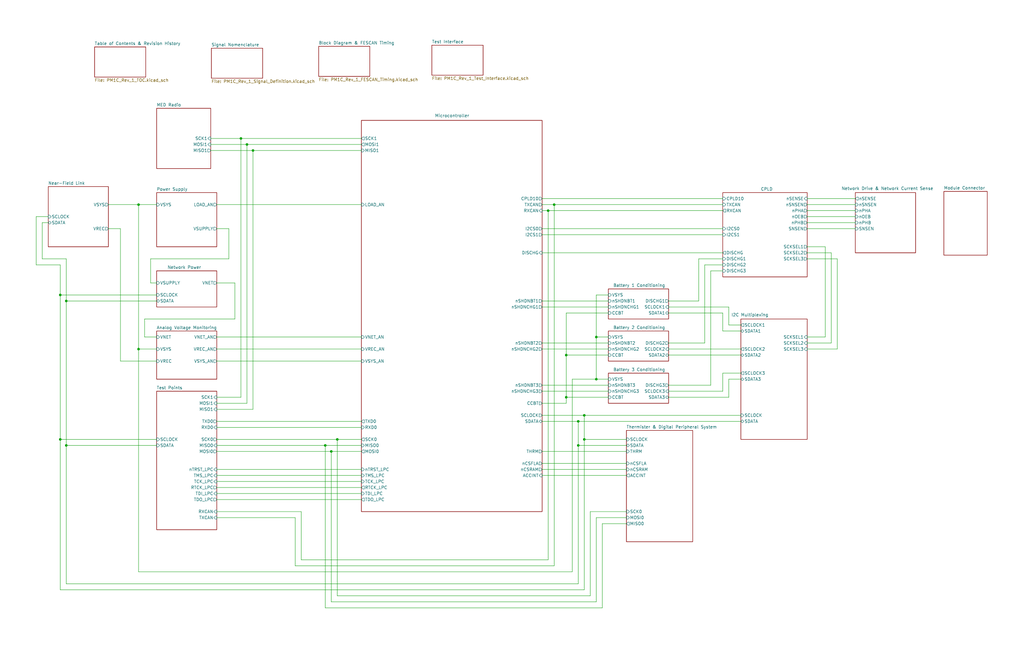
<source format=kicad_sch>
(kicad_sch
	(version 20231120)
	(generator "eeschema")
	(generator_version "8.0")
	(uuid "3c764154-b021-4b34-b37c-cfd5c90ea9d7")
	(paper "B")
	(lib_symbols)
	(junction
		(at 27.94 127)
		(diameter 0)
		(color 0 0 0 0)
		(uuid "10070343-b894-4c5b-968d-111d7082c1ab")
	)
	(junction
		(at 25.4 124.46)
		(diameter 0)
		(color 0 0 0 0)
		(uuid "266f1470-009a-4cce-a8c0-b2adb1d5194b")
	)
	(junction
		(at 243.84 177.8)
		(diameter 0)
		(color 0 0 0 0)
		(uuid "323fbd6f-997f-4302-920d-9f10ed011358")
	)
	(junction
		(at 58.42 86.36)
		(diameter 0)
		(color 0 0 0 0)
		(uuid "32dbf640-3452-41b5-ad9a-16eea877fb00")
	)
	(junction
		(at 243.84 187.96)
		(diameter 0)
		(color 0 0 0 0)
		(uuid "3e485577-5625-421d-b93c-279fcf08230b")
	)
	(junction
		(at 251.46 160.02)
		(diameter 0)
		(color 0 0 0 0)
		(uuid "546985a0-dc61-4bde-a0c5-2caaef03be0d")
	)
	(junction
		(at 238.76 167.64)
		(diameter 0)
		(color 0 0 0 0)
		(uuid "5ab6af07-00d7-4afb-8f1b-d9d2f6ec28b7")
	)
	(junction
		(at 104.14 60.96)
		(diameter 0)
		(color 0 0 0 0)
		(uuid "5c5d776b-e173-4f71-9b0d-4466d888aaef")
	)
	(junction
		(at 142.24 185.42)
		(diameter 0)
		(color 0 0 0 0)
		(uuid "73990d3e-3abb-446d-99ed-5978340d6e48")
	)
	(junction
		(at 137.16 187.96)
		(diameter 0)
		(color 0 0 0 0)
		(uuid "84dcbd40-f470-4799-baa4-40ee434644fc")
	)
	(junction
		(at 246.38 175.26)
		(diameter 0)
		(color 0 0 0 0)
		(uuid "85cda396-d6cf-4c1c-841a-5ff1331c27b5")
	)
	(junction
		(at 139.7 190.5)
		(diameter 0)
		(color 0 0 0 0)
		(uuid "96242385-0e90-4b73-ac2a-27abe5a9a3fa")
	)
	(junction
		(at 246.38 185.42)
		(diameter 0)
		(color 0 0 0 0)
		(uuid "a20c11a1-6c9b-47d8-931f-cceccded70aa")
	)
	(junction
		(at 27.94 187.96)
		(diameter 0)
		(color 0 0 0 0)
		(uuid "a73cd3b9-34a9-4f97-a299-28a920eff582")
	)
	(junction
		(at 101.6 58.42)
		(diameter 0)
		(color 0 0 0 0)
		(uuid "a8c9c9a6-c6e1-4ec8-895f-de407d4bc9d0")
	)
	(junction
		(at 238.76 149.86)
		(diameter 0)
		(color 0 0 0 0)
		(uuid "b0c141de-3058-40a7-ad7f-cd83e806c958")
	)
	(junction
		(at 106.68 63.5)
		(diameter 0)
		(color 0 0 0 0)
		(uuid "bb550a3d-66ab-4e46-b28f-c7b837740309")
	)
	(junction
		(at 251.46 142.24)
		(diameter 0)
		(color 0 0 0 0)
		(uuid "d9e0ce28-9779-4f94-b621-f625ac586e42")
	)
	(junction
		(at 58.42 147.32)
		(diameter 0)
		(color 0 0 0 0)
		(uuid "e1e44abb-9212-40a1-9a8c-f285daf8df99")
	)
	(junction
		(at 231.14 88.9)
		(diameter 0)
		(color 0 0 0 0)
		(uuid "e6903480-b747-4f99-849e-fdc0c626ef17")
	)
	(junction
		(at 233.68 86.36)
		(diameter 0)
		(color 0 0 0 0)
		(uuid "e88ff149-5640-43ce-8ae7-39f946682098")
	)
	(junction
		(at 25.4 185.42)
		(diameter 0)
		(color 0 0 0 0)
		(uuid "ef3af000-23df-4b25-9514-9db168880198")
	)
	(wire
		(pts
			(xy 254 256.54) (xy 137.16 256.54)
		)
		(stroke
			(width 0)
			(type default)
		)
		(uuid "01536b08-37f3-4369-9e18-004a7cacd10e")
	)
	(wire
		(pts
			(xy 91.44 203.2) (xy 152.4 203.2)
		)
		(stroke
			(width 0)
			(type default)
		)
		(uuid "025f5861-62d9-4ecd-9dba-7a91e744db15")
	)
	(wire
		(pts
			(xy 25.4 185.42) (xy 66.04 185.42)
		)
		(stroke
			(width 0)
			(type default)
		)
		(uuid "02be0b9e-3714-4d49-9222-f437ffd6c606")
	)
	(wire
		(pts
			(xy 27.94 246.38) (xy 243.84 246.38)
		)
		(stroke
			(width 0)
			(type default)
		)
		(uuid "065042bb-ed4c-4c28-bcd0-f7f278c38e18")
	)
	(wire
		(pts
			(xy 238.76 149.86) (xy 256.54 149.86)
		)
		(stroke
			(width 0)
			(type default)
		)
		(uuid "06e315c1-9f91-4c06-adc7-56a2e2d55901")
	)
	(wire
		(pts
			(xy 294.64 127) (xy 294.64 109.22)
		)
		(stroke
			(width 0)
			(type default)
		)
		(uuid "08fe3354-ebea-40a5-8137-5c29291b5587")
	)
	(wire
		(pts
			(xy 91.44 152.4) (xy 152.4 152.4)
		)
		(stroke
			(width 0)
			(type default)
		)
		(uuid "0979edfa-a733-4228-abad-ecc9644ec06b")
	)
	(wire
		(pts
			(xy 25.4 185.42) (xy 25.4 124.46)
		)
		(stroke
			(width 0)
			(type default)
		)
		(uuid "09e63791-c033-4c9f-90a1-664b0842d005")
	)
	(wire
		(pts
			(xy 91.44 187.96) (xy 137.16 187.96)
		)
		(stroke
			(width 0)
			(type default)
		)
		(uuid "09f4055e-9fd1-4537-8fc9-b5e5cc9967db")
	)
	(wire
		(pts
			(xy 340.36 93.98) (xy 360.68 93.98)
		)
		(stroke
			(width 0)
			(type default)
		)
		(uuid "0bc51194-aaca-4a82-bd18-907532bf9b84")
	)
	(wire
		(pts
			(xy 281.94 162.56) (xy 299.72 162.56)
		)
		(stroke
			(width 0)
			(type default)
		)
		(uuid "0ced35eb-9725-4308-bfbd-77ed527381af")
	)
	(wire
		(pts
			(xy 264.16 218.44) (xy 251.46 218.44)
		)
		(stroke
			(width 0)
			(type default)
		)
		(uuid "0ee5644d-741a-4d40-9b2f-4e05f97fdbf0")
	)
	(wire
		(pts
			(xy 15.24 111.76) (xy 25.4 111.76)
		)
		(stroke
			(width 0)
			(type default)
		)
		(uuid "0fc1d85e-7bdd-465f-90a8-1aa3801a02e5")
	)
	(wire
		(pts
			(xy 340.36 91.44) (xy 360.68 91.44)
		)
		(stroke
			(width 0)
			(type default)
		)
		(uuid "112f0211-f280-434b-b16e-c0d29bbbb458")
	)
	(wire
		(pts
			(xy 241.3 241.3) (xy 241.3 160.02)
		)
		(stroke
			(width 0)
			(type default)
		)
		(uuid "12142e0d-73a5-42ec-9fe6-2458858c593e")
	)
	(wire
		(pts
			(xy 25.4 124.46) (xy 66.04 124.46)
		)
		(stroke
			(width 0)
			(type default)
		)
		(uuid "13b0c4a1-1e8f-461d-87cf-8e143950f261")
	)
	(wire
		(pts
			(xy 124.46 218.44) (xy 124.46 238.76)
		)
		(stroke
			(width 0)
			(type default)
		)
		(uuid "153c14b0-48e5-4237-a7fd-1c0178763de9")
	)
	(wire
		(pts
			(xy 91.44 177.8) (xy 152.4 177.8)
		)
		(stroke
			(width 0)
			(type default)
		)
		(uuid "15cbf633-46ae-4f43-a0fe-2a49fb1a0a23")
	)
	(wire
		(pts
			(xy 281.94 149.86) (xy 312.42 149.86)
		)
		(stroke
			(width 0)
			(type default)
		)
		(uuid "169f8d96-4d43-4c39-bb99-1f01d0a221cb")
	)
	(wire
		(pts
			(xy 228.6 165.1) (xy 256.54 165.1)
		)
		(stroke
			(width 0)
			(type default)
		)
		(uuid "17141493-005e-4f4d-8929-c3174f80cfbb")
	)
	(wire
		(pts
			(xy 91.44 142.24) (xy 152.4 142.24)
		)
		(stroke
			(width 0)
			(type default)
		)
		(uuid "179387fa-88e1-42ce-a9a5-d7803028093c")
	)
	(wire
		(pts
			(xy 304.8 139.7) (xy 312.42 139.7)
		)
		(stroke
			(width 0)
			(type default)
		)
		(uuid "185dc5f4-9c28-4867-a8ac-4ea6f6887ea0")
	)
	(wire
		(pts
			(xy 27.94 127) (xy 27.94 109.22)
		)
		(stroke
			(width 0)
			(type default)
		)
		(uuid "1d31376a-a18b-4653-a211-f7b4667a2e89")
	)
	(wire
		(pts
			(xy 45.72 86.36) (xy 58.42 86.36)
		)
		(stroke
			(width 0)
			(type default)
		)
		(uuid "1d342139-775b-4b65-ab77-020ea27f617a")
	)
	(wire
		(pts
			(xy 281.94 132.08) (xy 304.8 132.08)
		)
		(stroke
			(width 0)
			(type default)
		)
		(uuid "1e7b319b-5948-40a5-a39b-5b493a8e02e0")
	)
	(wire
		(pts
			(xy 91.44 185.42) (xy 142.24 185.42)
		)
		(stroke
			(width 0)
			(type default)
		)
		(uuid "247cfb21-7a25-494e-8ef4-b93fc699616f")
	)
	(wire
		(pts
			(xy 297.18 144.78) (xy 297.18 111.76)
		)
		(stroke
			(width 0)
			(type default)
		)
		(uuid "25b31d79-e760-4b01-855d-b3bb231d39bb")
	)
	(wire
		(pts
			(xy 25.4 248.92) (xy 246.38 248.92)
		)
		(stroke
			(width 0)
			(type default)
		)
		(uuid "2626103e-2d75-4775-b380-462c11c50b6c")
	)
	(wire
		(pts
			(xy 139.7 190.5) (xy 152.4 190.5)
		)
		(stroke
			(width 0)
			(type default)
		)
		(uuid "26cadf95-a065-415b-8d2a-ce9189e3ac51")
	)
	(wire
		(pts
			(xy 137.16 256.54) (xy 137.16 187.96)
		)
		(stroke
			(width 0)
			(type default)
		)
		(uuid "2939db37-ee07-4409-9908-7c844e486fc7")
	)
	(wire
		(pts
			(xy 91.44 218.44) (xy 124.46 218.44)
		)
		(stroke
			(width 0)
			(type default)
		)
		(uuid "297587ab-58b0-41b3-981d-b46b8712766f")
	)
	(wire
		(pts
			(xy 91.44 167.64) (xy 101.6 167.64)
		)
		(stroke
			(width 0)
			(type default)
		)
		(uuid "2a1a51ee-37a1-444a-8125-ce7177ea2dce")
	)
	(wire
		(pts
			(xy 231.14 88.9) (xy 304.8 88.9)
		)
		(stroke
			(width 0)
			(type default)
		)
		(uuid "2a25ca04-4f67-4894-8526-b344c2361f70")
	)
	(wire
		(pts
			(xy 297.18 111.76) (xy 304.8 111.76)
		)
		(stroke
			(width 0)
			(type default)
		)
		(uuid "2f3350df-d1b7-4e76-af11-873eb89324d0")
	)
	(wire
		(pts
			(xy 101.6 58.42) (xy 152.4 58.42)
		)
		(stroke
			(width 0)
			(type default)
		)
		(uuid "303ac87a-85c3-4a69-a2bc-64f0b5f3534e")
	)
	(wire
		(pts
			(xy 307.34 167.64) (xy 307.34 160.02)
		)
		(stroke
			(width 0)
			(type default)
		)
		(uuid "3413b18a-6f96-4590-90eb-d7e95b98c6e2")
	)
	(wire
		(pts
			(xy 137.16 187.96) (xy 152.4 187.96)
		)
		(stroke
			(width 0)
			(type default)
		)
		(uuid "34c74b63-3a3c-4711-81b5-33fe6bdd7814")
	)
	(wire
		(pts
			(xy 304.8 132.08) (xy 304.8 139.7)
		)
		(stroke
			(width 0)
			(type default)
		)
		(uuid "3649165e-f401-4178-a348-a73e0878abc8")
	)
	(wire
		(pts
			(xy 58.42 147.32) (xy 66.04 147.32)
		)
		(stroke
			(width 0)
			(type default)
		)
		(uuid "413ce563-7cd6-49a8-b976-403592bc6580")
	)
	(wire
		(pts
			(xy 233.68 86.36) (xy 233.68 238.76)
		)
		(stroke
			(width 0)
			(type default)
		)
		(uuid "417386b2-b2d8-4f30-85b7-8acbea2c1861")
	)
	(wire
		(pts
			(xy 50.8 96.52) (xy 45.72 96.52)
		)
		(stroke
			(width 0)
			(type default)
		)
		(uuid "43aa5cfd-6ab1-4fad-8ee6-069566325431")
	)
	(wire
		(pts
			(xy 228.6 177.8) (xy 243.84 177.8)
		)
		(stroke
			(width 0)
			(type default)
		)
		(uuid "43f1e726-2121-4e78-a4b7-a20107beed6c")
	)
	(wire
		(pts
			(xy 350.52 106.68) (xy 350.52 144.78)
		)
		(stroke
			(width 0)
			(type default)
		)
		(uuid "440922f8-4b97-4782-aac8-5736b1e4c000")
	)
	(wire
		(pts
			(xy 281.94 144.78) (xy 297.18 144.78)
		)
		(stroke
			(width 0)
			(type default)
		)
		(uuid "45fd9b35-31d7-473f-a140-51ed6fb8da3a")
	)
	(wire
		(pts
			(xy 299.72 162.56) (xy 299.72 114.3)
		)
		(stroke
			(width 0)
			(type default)
		)
		(uuid "474b42d7-3e76-4eb9-b47c-b65b205c5120")
	)
	(wire
		(pts
			(xy 228.6 200.66) (xy 264.16 200.66)
		)
		(stroke
			(width 0)
			(type default)
		)
		(uuid "47981286-5b81-4a55-96f5-7827e0537a5f")
	)
	(wire
		(pts
			(xy 58.42 147.32) (xy 58.42 241.3)
		)
		(stroke
			(width 0)
			(type default)
		)
		(uuid "4931c767-5686-4d81-856d-237fc6af794b")
	)
	(wire
		(pts
			(xy 50.8 152.4) (xy 66.04 152.4)
		)
		(stroke
			(width 0)
			(type default)
		)
		(uuid "4c9fbbee-abb0-4817-8938-0a9f5948c752")
	)
	(wire
		(pts
			(xy 350.52 144.78) (xy 340.36 144.78)
		)
		(stroke
			(width 0)
			(type default)
		)
		(uuid "4d08cc42-3ef6-4ef2-81eb-631585e26f65")
	)
	(wire
		(pts
			(xy 58.42 241.3) (xy 241.3 241.3)
		)
		(stroke
			(width 0)
			(type default)
		)
		(uuid "4def10b9-111f-4a7e-bf51-065aba2eead6")
	)
	(wire
		(pts
			(xy 231.14 88.9) (xy 231.14 236.22)
		)
		(stroke
			(width 0)
			(type default)
		)
		(uuid "4e48e87a-c423-4ff2-80d5-8b54ae08c4b1")
	)
	(wire
		(pts
			(xy 248.92 215.9) (xy 248.92 251.46)
		)
		(stroke
			(width 0)
			(type default)
		)
		(uuid "4ecd440e-fdb4-4ff0-b08b-75025c2abaf7")
	)
	(wire
		(pts
			(xy 264.16 220.98) (xy 254 220.98)
		)
		(stroke
			(width 0)
			(type default)
		)
		(uuid "4fc33a2e-bc06-4dbc-a64c-9c76b907ecec")
	)
	(wire
		(pts
			(xy 228.6 175.26) (xy 246.38 175.26)
		)
		(stroke
			(width 0)
			(type default)
		)
		(uuid "50e0e2be-8ee4-474c-a4f6-9b0097c9afec")
	)
	(wire
		(pts
			(xy 251.46 124.46) (xy 251.46 142.24)
		)
		(stroke
			(width 0)
			(type default)
		)
		(uuid "51852986-351d-48a3-b6b3-f06806dfc191")
	)
	(wire
		(pts
			(xy 17.78 109.22) (xy 17.78 93.98)
		)
		(stroke
			(width 0)
			(type default)
		)
		(uuid "541e529e-c66d-40b9-acdc-c6a4a91a8973")
	)
	(wire
		(pts
			(xy 228.6 162.56) (xy 256.54 162.56)
		)
		(stroke
			(width 0)
			(type default)
		)
		(uuid "573babe3-3d23-495d-ac15-1bd9e7a8fd40")
	)
	(wire
		(pts
			(xy 142.24 185.42) (xy 152.4 185.42)
		)
		(stroke
			(width 0)
			(type default)
		)
		(uuid "597b058f-a830-4691-979c-c8fc98aa39cd")
	)
	(wire
		(pts
			(xy 243.84 177.8) (xy 312.42 177.8)
		)
		(stroke
			(width 0)
			(type default)
		)
		(uuid "5b19568a-fbd3-461b-8074-ad1c6e50bd0a")
	)
	(wire
		(pts
			(xy 63.5 119.38) (xy 63.5 109.22)
		)
		(stroke
			(width 0)
			(type default)
		)
		(uuid "5b8b02bb-3bc7-42bf-a702-0aaf038315e9")
	)
	(wire
		(pts
			(xy 228.6 144.78) (xy 256.54 144.78)
		)
		(stroke
			(width 0)
			(type default)
		)
		(uuid "5d721496-f136-4f91-95ee-4f99260154f5")
	)
	(wire
		(pts
			(xy 91.44 86.36) (xy 152.4 86.36)
		)
		(stroke
			(width 0)
			(type default)
		)
		(uuid "5d913f5e-6420-45bc-9aaa-b99b50fe4450")
	)
	(wire
		(pts
			(xy 66.04 127) (xy 27.94 127)
		)
		(stroke
			(width 0)
			(type default)
		)
		(uuid "5d99b429-028a-4467-a5e6-d2315e38562c")
	)
	(wire
		(pts
			(xy 91.44 205.74) (xy 152.4 205.74)
		)
		(stroke
			(width 0)
			(type default)
		)
		(uuid "5e700e75-a36b-4d6d-8c29-2193a16a75ca")
	)
	(wire
		(pts
			(xy 60.96 142.24) (xy 60.96 134.62)
		)
		(stroke
			(width 0)
			(type default)
		)
		(uuid "5ebb77ca-3a50-431f-980b-f1ba30bc8173")
	)
	(wire
		(pts
			(xy 91.44 147.32) (xy 152.4 147.32)
		)
		(stroke
			(width 0)
			(type default)
		)
		(uuid "63cbb829-e53e-425d-9407-ebf9aefcc29b")
	)
	(wire
		(pts
			(xy 340.36 83.82) (xy 360.68 83.82)
		)
		(stroke
			(width 0)
			(type default)
		)
		(uuid "645afdc5-53b2-4192-bbcc-3d34369585e0")
	)
	(wire
		(pts
			(xy 256.54 160.02) (xy 251.46 160.02)
		)
		(stroke
			(width 0)
			(type default)
		)
		(uuid "64b6bb64-000f-45ee-ae34-e4e32500f5a3")
	)
	(wire
		(pts
			(xy 25.4 111.76) (xy 25.4 124.46)
		)
		(stroke
			(width 0)
			(type default)
		)
		(uuid "66a3439b-da80-4cd5-ba3e-0e3e219fb26b")
	)
	(wire
		(pts
			(xy 17.78 93.98) (xy 20.32 93.98)
		)
		(stroke
			(width 0)
			(type default)
		)
		(uuid "68802a6b-ab66-4186-833b-55e6d4f08395")
	)
	(wire
		(pts
			(xy 66.04 119.38) (xy 63.5 119.38)
		)
		(stroke
			(width 0)
			(type default)
		)
		(uuid "68d47d5b-e797-47be-8391-0b9809b3b889")
	)
	(wire
		(pts
			(xy 307.34 137.16) (xy 312.42 137.16)
		)
		(stroke
			(width 0)
			(type default)
		)
		(uuid "6ad2c5f2-a7f3-4330-9e2a-b4c7c70506a3")
	)
	(wire
		(pts
			(xy 228.6 96.52) (xy 304.8 96.52)
		)
		(stroke
			(width 0)
			(type default)
		)
		(uuid "6b66fec5-10fd-46f1-95fe-bd5fee34a195")
	)
	(wire
		(pts
			(xy 353.06 109.22) (xy 353.06 147.32)
		)
		(stroke
			(width 0)
			(type default)
		)
		(uuid "6fbcf715-b9dc-48f6-865d-668d67fe55ba")
	)
	(wire
		(pts
			(xy 307.34 160.02) (xy 312.42 160.02)
		)
		(stroke
			(width 0)
			(type default)
		)
		(uuid "704265bd-62e4-4363-a3df-1052b4ad2225")
	)
	(wire
		(pts
			(xy 91.44 200.66) (xy 152.4 200.66)
		)
		(stroke
			(width 0)
			(type default)
		)
		(uuid "72c9ceeb-a256-4d2c-9db0-eecf0e5a3fea")
	)
	(wire
		(pts
			(xy 264.16 215.9) (xy 248.92 215.9)
		)
		(stroke
			(width 0)
			(type default)
		)
		(uuid "73981a15-bcf7-482b-995d-1800255e4eef")
	)
	(wire
		(pts
			(xy 340.36 109.22) (xy 353.06 109.22)
		)
		(stroke
			(width 0)
			(type default)
		)
		(uuid "7423de3c-adfb-43a7-9c16-b89f57a0a987")
	)
	(wire
		(pts
			(xy 231.14 236.22) (xy 127 236.22)
		)
		(stroke
			(width 0)
			(type default)
		)
		(uuid "768db2fe-68d1-4fc1-bc44-1bfa6325b5f7")
	)
	(wire
		(pts
			(xy 99.06 134.62) (xy 99.06 119.38)
		)
		(stroke
			(width 0)
			(type default)
		)
		(uuid "788abaf4-a198-4926-9b71-2c1b62178a6e")
	)
	(wire
		(pts
			(xy 139.7 254) (xy 139.7 190.5)
		)
		(stroke
			(width 0)
			(type default)
		)
		(uuid "7972a5de-f5c0-4bf6-99f3-e9c660ac4723")
	)
	(wire
		(pts
			(xy 27.94 127) (xy 27.94 187.96)
		)
		(stroke
			(width 0)
			(type default)
		)
		(uuid "7a9bab85-8e16-4d27-8591-abc0e61bcdcf")
	)
	(wire
		(pts
			(xy 281.94 127) (xy 294.64 127)
		)
		(stroke
			(width 0)
			(type default)
		)
		(uuid "7f5f78ef-143c-454d-b041-19b34613254d")
	)
	(wire
		(pts
			(xy 228.6 106.68) (xy 304.8 106.68)
		)
		(stroke
			(width 0)
			(type default)
		)
		(uuid "830307a3-12ea-4c67-b67d-2ea359f34c9f")
	)
	(wire
		(pts
			(xy 104.14 60.96) (xy 152.4 60.96)
		)
		(stroke
			(width 0)
			(type default)
		)
		(uuid "838191aa-0717-43bf-9ebd-7821ecb58300")
	)
	(wire
		(pts
			(xy 58.42 86.36) (xy 58.42 147.32)
		)
		(stroke
			(width 0)
			(type default)
		)
		(uuid "8652aedf-b30f-41f2-bcb4-1979817cad47")
	)
	(wire
		(pts
			(xy 228.6 190.5) (xy 264.16 190.5)
		)
		(stroke
			(width 0)
			(type default)
		)
		(uuid "86d3fc71-e13f-442c-a785-44d1e24969ec")
	)
	(wire
		(pts
			(xy 106.68 63.5) (xy 152.4 63.5)
		)
		(stroke
			(width 0)
			(type default)
		)
		(uuid "872a0c2b-6b11-4382-af0d-d8ee59ea1dc9")
	)
	(wire
		(pts
			(xy 101.6 58.42) (xy 101.6 167.64)
		)
		(stroke
			(width 0)
			(type default)
		)
		(uuid "88d970fa-af49-4eff-ba28-41053ef98a91")
	)
	(wire
		(pts
			(xy 264.16 187.96) (xy 243.84 187.96)
		)
		(stroke
			(width 0)
			(type default)
		)
		(uuid "8900f8d3-e95c-4683-bd9f-69e21d602fba")
	)
	(wire
		(pts
			(xy 228.6 170.18) (xy 238.76 170.18)
		)
		(stroke
			(width 0)
			(type default)
		)
		(uuid "8b3907e6-9aca-4560-a5b1-5dbd0b57cf23")
	)
	(wire
		(pts
			(xy 251.46 218.44) (xy 251.46 254)
		)
		(stroke
			(width 0)
			(type default)
		)
		(uuid "8ce02500-2815-427e-bd61-01ec18ccd958")
	)
	(wire
		(pts
			(xy 124.46 238.76) (xy 233.68 238.76)
		)
		(stroke
			(width 0)
			(type default)
		)
		(uuid "8fcf2504-0e7b-4a9b-92af-d12d91aa7e39")
	)
	(wire
		(pts
			(xy 127 215.9) (xy 91.44 215.9)
		)
		(stroke
			(width 0)
			(type default)
		)
		(uuid "8fd42edc-9426-4a93-bb8a-94ac48a2242d")
	)
	(wire
		(pts
			(xy 238.76 170.18) (xy 238.76 167.64)
		)
		(stroke
			(width 0)
			(type default)
		)
		(uuid "90f2d30f-7aca-48a2-9e36-fa3b4ff49246")
	)
	(wire
		(pts
			(xy 281.94 167.64) (xy 307.34 167.64)
		)
		(stroke
			(width 0)
			(type default)
		)
		(uuid "9197046c-3b42-41ec-872b-fdd8f90701c0")
	)
	(wire
		(pts
			(xy 281.94 165.1) (xy 304.8 165.1)
		)
		(stroke
			(width 0)
			(type default)
		)
		(uuid "9288bc66-ee2c-45c0-a9ed-2414c3605218")
	)
	(wire
		(pts
			(xy 88.9 60.96) (xy 104.14 60.96)
		)
		(stroke
			(width 0)
			(type default)
		)
		(uuid "93e174f8-e533-43ce-a7d3-f488dff0ee16")
	)
	(wire
		(pts
			(xy 347.98 142.24) (xy 340.36 142.24)
		)
		(stroke
			(width 0)
			(type default)
		)
		(uuid "951f390e-23b0-4b88-9529-2d3c6f49d869")
	)
	(wire
		(pts
			(xy 340.36 96.52) (xy 360.68 96.52)
		)
		(stroke
			(width 0)
			(type default)
		)
		(uuid "95ff81a7-efba-4610-aa9d-417c4ce2b2d9")
	)
	(wire
		(pts
			(xy 228.6 127) (xy 256.54 127)
		)
		(stroke
			(width 0)
			(type default)
		)
		(uuid "98460bd3-b933-44a1-9f0e-fcccb7fc63bd")
	)
	(wire
		(pts
			(xy 58.42 86.36) (xy 66.04 86.36)
		)
		(stroke
			(width 0)
			(type default)
		)
		(uuid "9a1ba4d2-1be3-4df1-bdd8-c6556e7ff843")
	)
	(wire
		(pts
			(xy 246.38 175.26) (xy 312.42 175.26)
		)
		(stroke
			(width 0)
			(type default)
		)
		(uuid "9b3a611e-9826-4261-ae88-c78570b138ee")
	)
	(wire
		(pts
			(xy 228.6 83.82) (xy 304.8 83.82)
		)
		(stroke
			(width 0)
			(type default)
		)
		(uuid "9b943331-7700-4dd5-bd92-5c502e364129")
	)
	(wire
		(pts
			(xy 248.92 251.46) (xy 142.24 251.46)
		)
		(stroke
			(width 0)
			(type default)
		)
		(uuid "9ca4b989-e89a-44d7-8159-cbdd343e2dee")
	)
	(wire
		(pts
			(xy 340.36 86.36) (xy 360.68 86.36)
		)
		(stroke
			(width 0)
			(type default)
		)
		(uuid "9cee762f-7daa-4c5f-bcd8-f820ce7fff62")
	)
	(wire
		(pts
			(xy 243.84 246.38) (xy 243.84 187.96)
		)
		(stroke
			(width 0)
			(type default)
		)
		(uuid "9d3fed25-f833-4c3d-80d0-fd2d96073192")
	)
	(wire
		(pts
			(xy 88.9 63.5) (xy 106.68 63.5)
		)
		(stroke
			(width 0)
			(type default)
		)
		(uuid "a21b8d41-8ab1-4f1f-b43f-180dab1e49f5")
	)
	(wire
		(pts
			(xy 340.36 106.68) (xy 350.52 106.68)
		)
		(stroke
			(width 0)
			(type default)
		)
		(uuid "a2d55248-360a-41cf-9f5d-8db828fb3a3e")
	)
	(wire
		(pts
			(xy 91.44 210.82) (xy 152.4 210.82)
		)
		(stroke
			(width 0)
			(type default)
		)
		(uuid "a4a22733-1c3a-44b2-9458-0990d0075dff")
	)
	(wire
		(pts
			(xy 66.04 142.24) (xy 60.96 142.24)
		)
		(stroke
			(width 0)
			(type default)
		)
		(uuid "a7f2e34e-ecb4-4188-9003-f93db1290a80")
	)
	(wire
		(pts
			(xy 254 220.98) (xy 254 256.54)
		)
		(stroke
			(width 0)
			(type default)
		)
		(uuid "aa315f8d-1dba-4c30-bc3e-0b6f622fa9c2")
	)
	(wire
		(pts
			(xy 88.9 58.42) (xy 101.6 58.42)
		)
		(stroke
			(width 0)
			(type default)
		)
		(uuid "ab97db17-edb2-43a8-a62e-b41e7e8f3320")
	)
	(wire
		(pts
			(xy 299.72 114.3) (xy 304.8 114.3)
		)
		(stroke
			(width 0)
			(type default)
		)
		(uuid "b01f0524-7f51-4bb4-a93e-7e64f59875f7")
	)
	(wire
		(pts
			(xy 27.94 187.96) (xy 27.94 246.38)
		)
		(stroke
			(width 0)
			(type default)
		)
		(uuid "b0d2832f-28a9-44cc-953b-0b9163943eaf")
	)
	(wire
		(pts
			(xy 340.36 88.9) (xy 360.68 88.9)
		)
		(stroke
			(width 0)
			(type default)
		)
		(uuid "b1033448-2839-4479-8aab-25905d582ce7")
	)
	(wire
		(pts
			(xy 91.44 96.52) (xy 96.52 96.52)
		)
		(stroke
			(width 0)
			(type default)
		)
		(uuid "b1a4f86f-0e58-4812-bd7b-ab4972506a4a")
	)
	(wire
		(pts
			(xy 60.96 134.62) (xy 99.06 134.62)
		)
		(stroke
			(width 0)
			(type default)
		)
		(uuid "b21f6e83-6417-4625-bd9a-03b94844a864")
	)
	(wire
		(pts
			(xy 256.54 124.46) (xy 251.46 124.46)
		)
		(stroke
			(width 0)
			(type default)
		)
		(uuid "b25ce944-513f-455f-8385-d0e20b60827f")
	)
	(wire
		(pts
			(xy 281.94 129.54) (xy 307.34 129.54)
		)
		(stroke
			(width 0)
			(type default)
		)
		(uuid "b60ff2e3-d5ba-4506-b411-e6b289f1f018")
	)
	(wire
		(pts
			(xy 91.44 170.18) (xy 104.14 170.18)
		)
		(stroke
			(width 0)
			(type default)
		)
		(uuid "b8c56a22-913f-43dc-8d87-403340aad3c1")
	)
	(wire
		(pts
			(xy 340.36 104.14) (xy 347.98 104.14)
		)
		(stroke
			(width 0)
			(type default)
		)
		(uuid "ba574148-db52-49f9-9195-5d1c1eaffd1a")
	)
	(wire
		(pts
			(xy 347.98 104.14) (xy 347.98 142.24)
		)
		(stroke
			(width 0)
			(type default)
		)
		(uuid "bcc6f8b1-f47e-4635-9ea5-fc45138bd228")
	)
	(wire
		(pts
			(xy 246.38 248.92) (xy 246.38 185.42)
		)
		(stroke
			(width 0)
			(type default)
		)
		(uuid "beaec618-1271-438c-9ada-e84f31d716b7")
	)
	(wire
		(pts
			(xy 228.6 88.9) (xy 231.14 88.9)
		)
		(stroke
			(width 0)
			(type default)
		)
		(uuid "c0e51c54-cceb-4b4c-b221-eb7d5a9766d4")
	)
	(wire
		(pts
			(xy 228.6 99.06) (xy 304.8 99.06)
		)
		(stroke
			(width 0)
			(type default)
		)
		(uuid "c403f986-9b86-4ad7-b8ce-be85e630f8f8")
	)
	(wire
		(pts
			(xy 304.8 157.48) (xy 312.42 157.48)
		)
		(stroke
			(width 0)
			(type default)
		)
		(uuid "c489d44c-5d64-401f-b493-f3512aa4f7b8")
	)
	(wire
		(pts
			(xy 228.6 198.12) (xy 264.16 198.12)
		)
		(stroke
			(width 0)
			(type default)
		)
		(uuid "c64b5e7e-a993-4a8b-b22f-9a843303c524")
	)
	(wire
		(pts
			(xy 27.94 109.22) (xy 17.78 109.22)
		)
		(stroke
			(width 0)
			(type default)
		)
		(uuid "c77c04d6-34b3-4743-b12e-143f1f6e9bf4")
	)
	(wire
		(pts
			(xy 91.44 180.34) (xy 152.4 180.34)
		)
		(stroke
			(width 0)
			(type default)
		)
		(uuid "c7d85b53-84f4-4257-ab01-d2ab9f1b059d")
	)
	(wire
		(pts
			(xy 294.64 109.22) (xy 304.8 109.22)
		)
		(stroke
			(width 0)
			(type default)
		)
		(uuid "c8df5678-5907-4a5d-9a01-47ba53cf5255")
	)
	(wire
		(pts
			(xy 96.52 96.52) (xy 96.52 109.22)
		)
		(stroke
			(width 0)
			(type default)
		)
		(uuid "ca901e9d-4015-4924-8af9-9e405bae151f")
	)
	(wire
		(pts
			(xy 91.44 172.72) (xy 106.68 172.72)
		)
		(stroke
			(width 0)
			(type default)
		)
		(uuid "cd76e6e8-502c-40b0-b20b-e6b9a5e99469")
	)
	(wire
		(pts
			(xy 99.06 119.38) (xy 91.44 119.38)
		)
		(stroke
			(width 0)
			(type default)
		)
		(uuid "d5f42149-3ebd-4da1-96dc-b78e015bc03b")
	)
	(wire
		(pts
			(xy 246.38 185.42) (xy 246.38 175.26)
		)
		(stroke
			(width 0)
			(type default)
		)
		(uuid "d6574126-18a3-479d-9d4b-3a52d0d7ffe9")
	)
	(wire
		(pts
			(xy 106.68 63.5) (xy 106.68 172.72)
		)
		(stroke
			(width 0)
			(type default)
		)
		(uuid "d9890ac8-d4eb-45b4-b304-f6c6b96f4b32")
	)
	(wire
		(pts
			(xy 256.54 132.08) (xy 238.76 132.08)
		)
		(stroke
			(width 0)
			(type default)
		)
		(uuid "da7a6171-61d7-45d1-a2c4-bebe560ef0e6")
	)
	(wire
		(pts
			(xy 251.46 254) (xy 139.7 254)
		)
		(stroke
			(width 0)
			(type default)
		)
		(uuid "dda758f4-9d81-47ef-be04-568aee7ad89c")
	)
	(wire
		(pts
			(xy 91.44 190.5) (xy 139.7 190.5)
		)
		(stroke
			(width 0)
			(type default)
		)
		(uuid "e1ab179b-3129-4fcf-acd0-227b6a491eab")
	)
	(wire
		(pts
			(xy 63.5 109.22) (xy 96.52 109.22)
		)
		(stroke
			(width 0)
			(type default)
		)
		(uuid "e2df7ec2-9a7d-4e06-a33b-a2f773c49071")
	)
	(wire
		(pts
			(xy 251.46 142.24) (xy 256.54 142.24)
		)
		(stroke
			(width 0)
			(type default)
		)
		(uuid "e41dd549-bd41-4c02-b21b-2dea16d7ebc9")
	)
	(wire
		(pts
			(xy 304.8 165.1) (xy 304.8 157.48)
		)
		(stroke
			(width 0)
			(type default)
		)
		(uuid "e46ccb7a-77b8-45de-a2b3-af39ad868866")
	)
	(wire
		(pts
			(xy 142.24 251.46) (xy 142.24 185.42)
		)
		(stroke
			(width 0)
			(type default)
		)
		(uuid "e595e53c-4d00-42a9-83c3-4cf7c6c02c0a")
	)
	(wire
		(pts
			(xy 228.6 195.58) (xy 264.16 195.58)
		)
		(stroke
			(width 0)
			(type default)
		)
		(uuid "e59c03b5-891f-4b5b-aa72-0d1938704e93")
	)
	(wire
		(pts
			(xy 25.4 248.92) (xy 25.4 185.42)
		)
		(stroke
			(width 0)
			(type default)
		)
		(uuid "e6cdb09f-34ec-4433-9095-c82b092640ba")
	)
	(wire
		(pts
			(xy 15.24 91.44) (xy 20.32 91.44)
		)
		(stroke
			(width 0)
			(type default)
		)
		(uuid "eac55823-58e9-4e0a-af7f-463436e52736")
	)
	(wire
		(pts
			(xy 307.34 129.54) (xy 307.34 137.16)
		)
		(stroke
			(width 0)
			(type default)
		)
		(uuid "eced9513-6d74-4ab7-8f54-a2983defe9a0")
	)
	(wire
		(pts
			(xy 50.8 152.4) (xy 50.8 96.52)
		)
		(stroke
			(width 0)
			(type default)
		)
		(uuid "ed01a92c-b35e-4039-97eb-e3ff4c1195dd")
	)
	(wire
		(pts
			(xy 238.76 167.64) (xy 256.54 167.64)
		)
		(stroke
			(width 0)
			(type default)
		)
		(uuid "ed55cec3-8661-4f68-aff1-15700d6c2d42")
	)
	(wire
		(pts
			(xy 15.24 91.44) (xy 15.24 111.76)
		)
		(stroke
			(width 0)
			(type default)
		)
		(uuid "edcb9484-f619-495c-aa9f-28d275d93872")
	)
	(wire
		(pts
			(xy 241.3 160.02) (xy 251.46 160.02)
		)
		(stroke
			(width 0)
			(type default)
		)
		(uuid "ee0171d4-6c9b-4dfc-bb22-e5e6db922f59")
	)
	(wire
		(pts
			(xy 104.14 60.96) (xy 104.14 170.18)
		)
		(stroke
			(width 0)
			(type default)
		)
		(uuid "f0155bb7-c7c7-425c-940e-e59052d3bf4d")
	)
	(wire
		(pts
			(xy 91.44 208.28) (xy 152.4 208.28)
		)
		(stroke
			(width 0)
			(type default)
		)
		(uuid "f01c69cd-9e80-43b8-9cfe-9b31148e2b8d")
	)
	(wire
		(pts
			(xy 127 236.22) (xy 127 215.9)
		)
		(stroke
			(width 0)
			(type default)
		)
		(uuid "f22c25f2-c14c-4620-89f5-a9d408620c90")
	)
	(wire
		(pts
			(xy 228.6 147.32) (xy 256.54 147.32)
		)
		(stroke
			(width 0)
			(type default)
		)
		(uuid "f2b428ff-1acc-4010-8734-f356fa4f2f74")
	)
	(wire
		(pts
			(xy 281.94 147.32) (xy 312.42 147.32)
		)
		(stroke
			(width 0)
			(type default)
		)
		(uuid "f338b37a-fb87-43b6-b235-192204470400")
	)
	(wire
		(pts
			(xy 228.6 86.36) (xy 233.68 86.36)
		)
		(stroke
			(width 0)
			(type default)
		)
		(uuid "f363537a-d7c8-4d36-b2f1-5c47c78e6aa7")
	)
	(wire
		(pts
			(xy 228.6 129.54) (xy 256.54 129.54)
		)
		(stroke
			(width 0)
			(type default)
		)
		(uuid "f3b1be43-f433-44cb-b310-235eeb0c2696")
	)
	(wire
		(pts
			(xy 27.94 187.96) (xy 66.04 187.96)
		)
		(stroke
			(width 0)
			(type default)
		)
		(uuid "f482ff87-f341-4256-88cd-50c3c786053c")
	)
	(wire
		(pts
			(xy 243.84 187.96) (xy 243.84 177.8)
		)
		(stroke
			(width 0)
			(type default)
		)
		(uuid "f60f3ee8-ff1d-4605-888a-ee5ff5853955")
	)
	(wire
		(pts
			(xy 91.44 198.12) (xy 152.4 198.12)
		)
		(stroke
			(width 0)
			(type default)
		)
		(uuid "f7225910-90e2-4ad2-be21-a37a01e2595d")
	)
	(wire
		(pts
			(xy 353.06 147.32) (xy 340.36 147.32)
		)
		(stroke
			(width 0)
			(type default)
		)
		(uuid "f7c37932-3f8f-4fbc-a35a-481daf5a318a")
	)
	(wire
		(pts
			(xy 238.76 149.86) (xy 238.76 167.64)
		)
		(stroke
			(width 0)
			(type default)
		)
		(uuid "f824c8a7-9e71-4920-982a-a07022f0a259")
	)
	(wire
		(pts
			(xy 233.68 86.36) (xy 304.8 86.36)
		)
		(stroke
			(width 0)
			(type default)
		)
		(uuid "f92dfa1d-c808-4d01-be58-9e4e5610583e")
	)
	(wire
		(pts
			(xy 251.46 160.02) (xy 251.46 142.24)
		)
		(stroke
			(width 0)
			(type default)
		)
		(uuid "f9dd80d2-2937-4b29-b199-b5f40071dadd")
	)
	(wire
		(pts
			(xy 238.76 132.08) (xy 238.76 149.86)
		)
		(stroke
			(width 0)
			(type default)
		)
		(uuid "fba121e0-7468-43f3-98cd-a83c278f0b56")
	)
	(wire
		(pts
			(xy 264.16 185.42) (xy 246.38 185.42)
		)
		(stroke
			(width 0)
			(type default)
		)
		(uuid "fc701a44-1617-4b76-867b-4fd9da3a9c50")
	)
	(sheet
		(at 256.54 157.48)
		(size 25.4 12.7)
		(stroke
			(width 0.1524)
			(type solid)
		)
		(fill
			(color 0 0 0 0.0000)
		)
		(uuid "07243d1d-e715-4be4-af24-86262123c36c")
		(property "Sheetname" "Battery 3 Conditioning"
			(at 258.572 156.718 0)
			(effects
				(font
					(size 1.27 1.27)
				)
				(justify left bottom)
			)
		)
		(property "Sheetfile" "PM1C_Rev_1_Battery_3.kicad_sch"
			(at 256.54 170.7646 0)
			(effects
				(font
					(size 1.27 1.27)
				)
				(justify left top)
				(hide yes)
			)
		)
		(pin "CCBT" input
			(at 256.54 167.64 180)
			(effects
				(font
					(size 1.27 1.27)
				)
				(justify left)
			)
			(uuid "eef029d2-16b6-4bc3-9839-53be7beef86b")
		)
		(pin "nSHDNBT3" input
			(at 256.54 162.56 180)
			(effects
				(font
					(size 1.27 1.27)
				)
				(justify left)
			)
			(uuid "c64d52f7-21b5-4eb8-8a3c-a3be177b80c4")
		)
		(pin "nSHDNCHG3" input
			(at 256.54 165.1 180)
			(effects
				(font
					(size 1.27 1.27)
				)
				(justify left)
			)
			(uuid "77e9c78b-b04e-4b58-9239-90249c4c2e22")
		)
		(pin "DISCHG3" output
			(at 281.94 162.56 0)
			(effects
				(font
					(size 1.27 1.27)
				)
				(justify right)
			)
			(uuid "79c4194d-fc84-48d2-b1f6-b37c92ab797b")
		)
		(pin "SCLOCK3" input
			(at 281.94 165.1 0)
			(effects
				(font
					(size 1.27 1.27)
				)
				(justify right)
			)
			(uuid "3b0a44a5-e67b-406b-9d87-d1bbfdc34ec1")
		)
		(pin "SDATA3" bidirectional
			(at 281.94 167.64 0)
			(effects
				(font
					(size 1.27 1.27)
				)
				(justify right)
			)
			(uuid "e2064032-6c54-4eb8-aafb-9023b2d86fcc")
		)
		(pin "VSYS" input
			(at 256.54 160.02 180)
			(effects
				(font
					(size 1.27 1.27)
				)
				(justify left)
			)
			(uuid "5f5452b7-df85-4f74-b2dd-f50fb1b47b6a")
		)
		(instances
			(project "PM1C_Rev_1_2"
				(path "/3c764154-b021-4b34-b37c-cfd5c90ea9d7"
					(page "17")
				)
			)
		)
	)
	(sheet
		(at 66.04 81.28)
		(size 25.4 22.86)
		(fields_autoplaced yes)
		(stroke
			(width 0.1524)
			(type solid)
		)
		(fill
			(color 0 0 0 0.0000)
		)
		(uuid "09b6e9c7-1ad6-4a12-82eb-5cb851732de9")
		(property "Sheetname" "Power Supply"
			(at 66.04 80.5684 0)
			(effects
				(font
					(size 1.27 1.27)
				)
				(justify left bottom)
			)
		)
		(property "Sheetfile" "PM1C_Rev_1_Power_Supply.kicad_sch"
			(at 66.04 104.7246 0)
			(effects
				(font
					(size 1.27 1.27)
				)
				(justify left top)
				(hide yes)
			)
		)
		(pin "LOAD_AN" output
			(at 91.44 86.36 0)
			(effects
				(font
					(size 1.27 1.27)
				)
				(justify right)
			)
			(uuid "2f6d9c1c-77be-47c3-ac0b-b0bcc972c152")
		)
		(pin "VSUPPLY" output
			(at 91.44 96.52 0)
			(effects
				(font
					(size 1.27 1.27)
				)
				(justify right)
			)
			(uuid "50c47805-f670-48c2-a038-e0c22d38fe61")
		)
		(pin "VSYS" input
			(at 66.04 86.36 180)
			(effects
				(font
					(size 1.27 1.27)
				)
				(justify left)
			)
			(uuid "f6857bec-f58b-40a8-b690-6ae539a52f89")
		)
		(instances
			(project "PM1C_Rev_1_2"
				(path "/3c764154-b021-4b34-b37c-cfd5c90ea9d7"
					(page "7")
				)
			)
		)
	)
	(sheet
		(at 66.04 139.7)
		(size 25.4 20.32)
		(fields_autoplaced yes)
		(stroke
			(width 0.1524)
			(type solid)
		)
		(fill
			(color 0 0 0 0.0000)
		)
		(uuid "1aac9c9c-bc44-47f7-b013-e565074a4615")
		(property "Sheetname" "Analog Voltage Monitoring"
			(at 66.04 138.9884 0)
			(effects
				(font
					(size 1.27 1.27)
				)
				(justify left bottom)
			)
		)
		(property "Sheetfile" "PM1C_Rev_1_Analog_Monitoring.kicad_sch"
			(at 66.04 160.6046 0)
			(effects
				(font
					(size 1.27 1.27)
				)
				(justify left top)
				(hide yes)
			)
		)
		(pin "VREC_AN" output
			(at 91.44 147.32 0)
			(effects
				(font
					(size 1.27 1.27)
				)
				(justify right)
			)
			(uuid "53badeef-e47e-4d85-a6f6-bf2d33084433")
		)
		(pin "VNET_AN" output
			(at 91.44 142.24 0)
			(effects
				(font
					(size 1.27 1.27)
				)
				(justify right)
			)
			(uuid "1991e3ef-6068-4d3f-a3ef-57178e0b1ed5")
		)
		(pin "VSYS_AN" output
			(at 91.44 152.4 0)
			(effects
				(font
					(size 1.27 1.27)
				)
				(justify right)
			)
			(uuid "6ca59876-81b8-48fe-b9d8-84c5e9ab4e16")
		)
		(pin "VREC" input
			(at 66.04 152.4 180)
			(effects
				(font
					(size 1.27 1.27)
				)
				(justify left)
			)
			(uuid "6828e11d-a4b5-4714-951f-bd6f52ad7f33")
		)
		(pin "VSYS" input
			(at 66.04 147.32 180)
			(effects
				(font
					(size 1.27 1.27)
				)
				(justify left)
			)
			(uuid "3bdb57a9-e2bc-49c2-96b0-854cd2d22b24")
		)
		(pin "VNET" input
			(at 66.04 142.24 180)
			(effects
				(font
					(size 1.27 1.27)
				)
				(justify left)
			)
			(uuid "c8b94096-a6f7-409f-aa6d-279e5b215364")
		)
		(instances
			(project "PM1C_Rev_1_2"
				(path "/3c764154-b021-4b34-b37c-cfd5c90ea9d7"
					(page "20")
				)
			)
		)
	)
	(sheet
		(at 66.04 45.72)
		(size 22.86 25.4)
		(fields_autoplaced yes)
		(stroke
			(width 0.1524)
			(type solid)
		)
		(fill
			(color 0 0 0 0.0000)
		)
		(uuid "391529fa-3114-4b4a-b892-b9372c501b74")
		(property "Sheetname" "MED Radio"
			(at 66.04 45.0084 0)
			(effects
				(font
					(size 1.27 1.27)
				)
				(justify left bottom)
			)
		)
		(property "Sheetfile" "PM1C_Rev_1_MED_Radio.kicad_sch"
			(at 66.04 71.7046 0)
			(effects
				(font
					(size 1.27 1.27)
				)
				(justify left top)
				(hide yes)
			)
		)
		(pin "SCK1" input
			(at 88.9 58.42 0)
			(effects
				(font
					(size 1.27 1.27)
				)
				(justify right)
			)
			(uuid "d39878b4-4273-4e55-b0f5-3bd7d1da0fab")
		)
		(pin "MISO1" output
			(at 88.9 63.5 0)
			(effects
				(font
					(size 1.27 1.27)
				)
				(justify right)
			)
			(uuid "008a6cbf-08b5-49c8-b627-cc9f8dc2678a")
		)
		(pin "MOSI1" input
			(at 88.9 60.96 0)
			(effects
				(font
					(size 1.27 1.27)
				)
				(justify right)
			)
			(uuid "d4d699f0-8b84-4324-977a-65bfbaad9d54")
		)
		(instances
			(project "PM1C_Rev_1_2"
				(path "/3c764154-b021-4b34-b37c-cfd5c90ea9d7"
					(page "11")
				)
			)
		)
	)
	(sheet
		(at 398.018 80.772)
		(size 18.288 26.924)
		(fields_autoplaced yes)
		(stroke
			(width 0.1524)
			(type solid)
		)
		(fill
			(color 0 0 0 0.0000)
		)
		(uuid "3947416b-c901-4ef3-b5f9-dff9d8eb78ad")
		(property "Sheetname" "Module Connector"
			(at 398.018 80.0604 0)
			(effects
				(font
					(size 1.27 1.27)
				)
				(justify left bottom)
			)
		)
		(property "Sheetfile" "PM1C_Rev_1_Module_Connector.kicad_sch"
			(at 398.018 108.2806 0)
			(effects
				(font
					(size 1.27 1.27)
				)
				(justify left top)
				(hide yes)
			)
		)
		(instances
			(project "PM1C_Rev_1_2"
				(path "/3c764154-b021-4b34-b37c-cfd5c90ea9d7"
					(page "20")
				)
			)
		)
	)
	(sheet
		(at 182.118 19.05)
		(size 21.59 12.7)
		(fields_autoplaced yes)
		(stroke
			(width 0.1524)
			(type solid)
		)
		(fill
			(color 0 0 0 0.0000)
		)
		(uuid "654a99f0-c210-4d7e-b697-6f29ee78d007")
		(property "Sheetname" "Test Interface"
			(at 182.118 18.3384 0)
			(effects
				(font
					(size 1.27 1.27)
				)
				(justify left bottom)
			)
		)
		(property "Sheetfile" "PM1C_Rev_1_Test_Interface.kicad_sch"
			(at 182.118 32.3346 0)
			(effects
				(font
					(size 1.27 1.27)
				)
				(justify left top)
			)
		)
		(instances
			(project "PM1C_Rev_1_2"
				(path "/3c764154-b021-4b34-b37c-cfd5c90ea9d7"
					(page "5")
				)
			)
		)
	)
	(sheet
		(at 264.16 181.61)
		(size 27.94 46.99)
		(stroke
			(width 0.1524)
			(type solid)
		)
		(fill
			(color 0 0 0 0.0000)
		)
		(uuid "82455272-5050-4c6a-b7f1-24f50a15f2cb")
		(property "Sheetname" "Thermister & Digital Peripheral System"
			(at 264.16 180.8984 0)
			(effects
				(font
					(size 1.27 1.27)
				)
				(justify left bottom)
			)
		)
		(property "Sheetfile" "PM1C_Rev_1_Thermister_and_Accelerometer.kicad_sch"
			(at 265.43 204.216 0)
			(effects
				(font
					(size 1.27 1.27)
				)
				(justify left top)
				(hide yes)
			)
		)
		(pin "THRM" input
			(at 264.16 190.5 180)
			(effects
				(font
					(size 1.27 1.27)
				)
				(justify left)
			)
			(uuid "7d15c4d6-5087-4b04-88a5-8b7b48c181c7")
		)
		(pin "nCSFLA" input
			(at 264.16 195.58 180)
			(effects
				(font
					(size 1.27 1.27)
				)
				(justify left)
			)
			(uuid "6f357b72-5a7d-44d8-830e-2820d4dea0f7")
		)
		(pin "nCSRAM" input
			(at 264.16 198.12 180)
			(effects
				(font
					(size 1.27 1.27)
				)
				(justify left)
			)
			(uuid "070540c1-05fe-4cb2-a1a2-8619e4508bc8")
		)
		(pin "ACCINT" output
			(at 264.16 200.66 180)
			(effects
				(font
					(size 1.27 1.27)
				)
				(justify left)
			)
			(uuid "98de9f6c-0e3d-492d-b502-451780df0bbb")
		)
		(pin "SDATA" bidirectional
			(at 264.16 187.96 180)
			(effects
				(font
					(size 1.27 1.27)
				)
				(justify left)
			)
			(uuid "4fff1cb5-d747-46c7-8e07-54084f7576d1")
		)
		(pin "SCLOCK" input
			(at 264.16 185.42 180)
			(effects
				(font
					(size 1.27 1.27)
				)
				(justify left)
			)
			(uuid "760ba6f2-9ec5-40d5-9cdf-041bbf848298")
		)
		(pin "MOSI0" input
			(at 264.16 218.44 180)
			(effects
				(font
					(size 1.27 1.27)
				)
				(justify left)
			)
			(uuid "54ceed09-fde9-4fef-81c3-ed885cfc0f14")
		)
		(pin "SCK0" input
			(at 264.16 215.9 180)
			(effects
				(font
					(size 1.27 1.27)
				)
				(justify left)
			)
			(uuid "6399c267-ac50-4220-b690-d673c015461b")
		)
		(pin "MISO0" output
			(at 264.16 220.98 180)
			(effects
				(font
					(size 1.27 1.27)
				)
				(justify left)
			)
			(uuid "38ebe6ab-8ba7-485e-8f33-e77310faa6b4")
		)
		(instances
			(project "PM1C_Rev_1_2"
				(path "/3c764154-b021-4b34-b37c-cfd5c90ea9d7"
					(page "20")
				)
			)
		)
	)
	(sheet
		(at 20.32 78.74)
		(size 25.4 25.4)
		(fields_autoplaced yes)
		(stroke
			(width 0.1524)
			(type solid)
		)
		(fill
			(color 0 0 0 0.0000)
		)
		(uuid "85084dc4-5ed9-4b6e-9616-797327589e5a")
		(property "Sheetname" "Near-Field Link"
			(at 20.32 78.0284 0)
			(effects
				(font
					(size 1.27 1.27)
				)
				(justify left bottom)
			)
		)
		(property "Sheetfile" "PM1C_Rev_1_Near_Field.kicad_sch"
			(at 20.32 104.7246 0)
			(effects
				(font
					(size 1.27 1.27)
				)
				(justify left top)
				(hide yes)
			)
		)
		(pin "VREC" output
			(at 45.72 96.52 0)
			(effects
				(font
					(size 1.27 1.27)
				)
				(justify right)
			)
			(uuid "162d9a10-b531-4d92-a3b8-d9a234fa8b27")
		)
		(pin "VSYS" output
			(at 45.72 86.36 0)
			(effects
				(font
					(size 1.27 1.27)
				)
				(justify right)
			)
			(uuid "113a0731-0964-4bc7-9a55-9968b0b255ec")
		)
		(pin "SCLOCK" input
			(at 20.32 91.44 180)
			(effects
				(font
					(size 1.27 1.27)
				)
				(justify left)
			)
			(uuid "7c455dd4-a186-4e85-891c-1ebdc60fe24d")
		)
		(pin "SDATA" bidirectional
			(at 20.32 93.98 180)
			(effects
				(font
					(size 1.27 1.27)
				)
				(justify left)
			)
			(uuid "128ac76d-ce6a-4496-af22-0ff508efdb39")
		)
		(instances
			(project "PM1C_Rev_1_2"
				(path "/3c764154-b021-4b34-b37c-cfd5c90ea9d7"
					(page "6")
				)
			)
		)
	)
	(sheet
		(at 312.42 134.62)
		(size 27.94 50.8)
		(stroke
			(width 0.1524)
			(type solid)
		)
		(fill
			(color 0 0 0 0.0000)
		)
		(uuid "86f70c41-f0fd-4aac-bc23-af78e418d6ed")
		(property "Sheetname" "I2C Multiplexing"
			(at 308.356 133.604 0)
			(effects
				(font
					(size 1.27 1.27)
				)
				(justify left bottom)
			)
		)
		(property "Sheetfile" "PM1C_Rev_1_I2C_Multiplexing.kicad_sch"
			(at 312.42 160.6046 0)
			(effects
				(font
					(size 1.27 1.27)
				)
				(justify left top)
				(hide yes)
			)
		)
		(pin "SCKSEL2" input
			(at 340.36 144.78 0)
			(effects
				(font
					(size 1.27 1.27)
				)
				(justify right)
			)
			(uuid "fed8e7be-395d-4e20-ab0a-509b87b03ac5")
		)
		(pin "SCKSEL1" input
			(at 340.36 142.24 0)
			(effects
				(font
					(size 1.27 1.27)
				)
				(justify right)
			)
			(uuid "ddb2af99-a8c8-487c-8206-f4f387569bc4")
		)
		(pin "SCKSEL3" input
			(at 340.36 147.32 0)
			(effects
				(font
					(size 1.27 1.27)
				)
				(justify right)
			)
			(uuid "37ae96fe-061d-4ef0-9492-d58566601db2")
		)
		(pin "SCLOCK3" output
			(at 312.42 157.48 180)
			(effects
				(font
					(size 1.27 1.27)
				)
				(justify left)
			)
			(uuid "bdb8b9ea-f6ec-41ab-9f48-8e3df90857a4")
		)
		(pin "SDATA3" bidirectional
			(at 312.42 160.02 180)
			(effects
				(font
					(size 1.27 1.27)
				)
				(justify left)
			)
			(uuid "80e42856-93a6-4209-89ab-6d9a272a82ac")
		)
		(pin "SCLOCK2" output
			(at 312.42 147.32 180)
			(effects
				(font
					(size 1.27 1.27)
				)
				(justify left)
			)
			(uuid "4ded4731-b711-4f38-9725-f6a59a09632b")
		)
		(pin "SDATA2" bidirectional
			(at 312.42 149.86 180)
			(effects
				(font
					(size 1.27 1.27)
				)
				(justify left)
			)
			(uuid "1cde9f36-4f4a-4546-8824-7fd545145f0f")
		)
		(pin "SCLOCK1" output
			(at 312.42 137.16 180)
			(effects
				(font
					(size 1.27 1.27)
				)
				(justify left)
			)
			(uuid "c5d52df1-7afd-4415-8a12-37dbfd1d496f")
		)
		(pin "SDATA1" bidirectional
			(at 312.42 139.7 180)
			(effects
				(font
					(size 1.27 1.27)
				)
				(justify left)
			)
			(uuid "bcdd52f3-9996-4377-a15a-567f1f6a4220")
		)
		(pin "SDATA" bidirectional
			(at 312.42 177.8 180)
			(effects
				(font
					(size 1.27 1.27)
				)
				(justify left)
			)
			(uuid "2aa1a4d4-cf98-4196-84c3-fbe8e55cd5ee")
		)
		(pin "SCLOCK" input
			(at 312.42 175.26 180)
			(effects
				(font
					(size 1.27 1.27)
				)
				(justify left)
			)
			(uuid "c5387c72-a09a-4aa0-a812-18c9f38ce881")
		)
		(instances
			(project "PM1C_Rev_1_2"
				(path "/3c764154-b021-4b34-b37c-cfd5c90ea9d7"
					(page "19")
				)
			)
		)
	)
	(sheet
		(at 256.54 121.92)
		(size 25.4 12.7)
		(stroke
			(width 0.1524)
			(type solid)
		)
		(fill
			(color 0 0 0 0.0000)
		)
		(uuid "883ab5f7-8fe2-4634-bae4-1bbcff4a17f3")
		(property "Sheetname" "Battery 1 Conditioning"
			(at 258.572 121.158 0)
			(effects
				(font
					(size 1.27 1.27)
				)
				(justify left bottom)
			)
		)
		(property "Sheetfile" "PM1C_Rev_1_Battery_1.kicad_sch"
			(at 256.54 135.2046 0)
			(effects
				(font
					(size 1.27 1.27)
				)
				(justify left top)
				(hide yes)
			)
		)
		(pin "CCBT" input
			(at 256.54 132.08 180)
			(effects
				(font
					(size 1.27 1.27)
				)
				(justify left)
			)
			(uuid "94851bbc-3633-4f4b-b650-cd7cdd88fda3")
		)
		(pin "nSHDNBT1" input
			(at 256.54 127 180)
			(effects
				(font
					(size 1.27 1.27)
				)
				(justify left)
			)
			(uuid "17dc856c-6619-441d-b8db-874db05e65f9")
		)
		(pin "nSHDNCHG1" input
			(at 256.54 129.54 180)
			(effects
				(font
					(size 1.27 1.27)
				)
				(justify left)
			)
			(uuid "775681c6-eec4-4705-9833-311fd55ea1ef")
		)
		(pin "DISCHG1" output
			(at 281.94 127 0)
			(effects
				(font
					(size 1.27 1.27)
				)
				(justify right)
			)
			(uuid "b3301a81-6b48-4bdd-be1b-c2f87bccaa00")
		)
		(pin "SCLOCK1" input
			(at 281.94 129.54 0)
			(effects
				(font
					(size 1.27 1.27)
				)
				(justify right)
			)
			(uuid "0cd06181-9816-46ae-afd0-1a545af99ceb")
		)
		(pin "SDATA1" bidirectional
			(at 281.94 132.08 0)
			(effects
				(font
					(size 1.27 1.27)
				)
				(justify right)
			)
			(uuid "2066caf7-8bc1-4a55-aee1-35b44fb06308")
		)
		(pin "VSYS" input
			(at 256.54 124.46 180)
			(effects
				(font
					(size 1.27 1.27)
				)
				(justify left)
			)
			(uuid "2d68f356-1fe5-4637-ba3f-adb56e56da12")
		)
		(instances
			(project "PM1C_Rev_1_2"
				(path "/3c764154-b021-4b34-b37c-cfd5c90ea9d7"
					(page "15")
				)
			)
		)
	)
	(sheet
		(at 256.54 139.7)
		(size 25.4 12.7)
		(stroke
			(width 0.1524)
			(type solid)
		)
		(fill
			(color 0 0 0 0.0000)
		)
		(uuid "8c155a1a-7d72-4ec8-b2d7-3ee44937288c")
		(property "Sheetname" "Battery 2 Conditioning"
			(at 258.572 138.938 0)
			(effects
				(font
					(size 1.27 1.27)
				)
				(justify left bottom)
			)
		)
		(property "Sheetfile" "PM1C_Rev_1_Battery_2.kicad_sch"
			(at 256.54 152.9846 0)
			(effects
				(font
					(size 1.27 1.27)
				)
				(justify left top)
				(hide yes)
			)
		)
		(pin "CCBT" input
			(at 256.54 149.86 180)
			(effects
				(font
					(size 1.27 1.27)
				)
				(justify left)
			)
			(uuid "b7fa0b5c-3137-4220-9ff4-6b839590ae20")
		)
		(pin "nSHDNBT2" input
			(at 256.54 144.78 180)
			(effects
				(font
					(size 1.27 1.27)
				)
				(justify left)
			)
			(uuid "47bf8afa-c9ac-44c8-8dc8-b52b1fd74ae7")
		)
		(pin "nSHDNCHG2" input
			(at 256.54 147.32 180)
			(effects
				(font
					(size 1.27 1.27)
				)
				(justify left)
			)
			(uuid "6baea360-b1e1-49ea-a8a6-06f490de2209")
		)
		(pin "DISCHG2" output
			(at 281.94 144.78 0)
			(effects
				(font
					(size 1.27 1.27)
				)
				(justify right)
			)
			(uuid "8e3f6192-d1b3-4acd-83fe-e097945a7d54")
		)
		(pin "SCLOCK2" input
			(at 281.94 147.32 0)
			(effects
				(font
					(size 1.27 1.27)
				)
				(justify right)
			)
			(uuid "28afdf50-32ce-4f56-9f8f-586c1e938b2a")
		)
		(pin "SDATA2" bidirectional
			(at 281.94 149.86 0)
			(effects
				(font
					(size 1.27 1.27)
				)
				(justify right)
			)
			(uuid "af737b0d-561b-441b-8506-2598779146bf")
		)
		(pin "VSYS" input
			(at 256.54 142.24 180)
			(effects
				(font
					(size 1.27 1.27)
				)
				(justify left)
			)
			(uuid "624d7564-1823-4269-ab53-be2931c0974d")
		)
		(instances
			(project "PM1C_Rev_1_2"
				(path "/3c764154-b021-4b34-b37c-cfd5c90ea9d7"
					(page "16")
				)
			)
		)
	)
	(sheet
		(at 89.154 20.32)
		(size 21.59 12.7)
		(fields_autoplaced yes)
		(stroke
			(width 0.1524)
			(type solid)
		)
		(fill
			(color 0 0 0 0.0000)
		)
		(uuid "8ebb205e-d889-4ecd-8778-02dcfc863ec2")
		(property "Sheetname" "Signal Nomenclature"
			(at 89.154 19.6084 0)
			(effects
				(font
					(size 1.27 1.27)
				)
				(justify left bottom)
			)
		)
		(property "Sheetfile" "PM1C_Rev_1_Signal_Definition.kicad_sch"
			(at 89.154 33.6046 0)
			(effects
				(font
					(size 1.27 1.27)
				)
				(justify left top)
			)
		)
		(instances
			(project "PM1C_Rev_1_2"
				(path "/3c764154-b021-4b34-b37c-cfd5c90ea9d7"
					(page "3")
				)
			)
		)
	)
	(sheet
		(at 134.366 19.558)
		(size 21.59 12.7)
		(stroke
			(width 0.1524)
			(type solid)
		)
		(fill
			(color 0 0 0 0.0000)
		)
		(uuid "c40a814b-de7b-4266-bcda-62d657e04a2f")
		(property "Sheetname" "Block Diagram & FESCAN Timing"
			(at 134.366 18.8464 0)
			(effects
				(font
					(size 1.27 1.27)
				)
				(justify left bottom)
			)
		)
		(property "Sheetfile" "PM1C_Rev_1_FESCAN_Timing.kicad_sch"
			(at 134.366 32.8426 0)
			(effects
				(font
					(size 1.27 1.27)
				)
				(justify left top)
			)
		)
		(instances
			(project "PM1C_Rev_1_2"
				(path "/3c764154-b021-4b34-b37c-cfd5c90ea9d7"
					(page "4")
				)
			)
		)
	)
	(sheet
		(at 39.878 19.812)
		(size 21.59 12.7)
		(fields_autoplaced yes)
		(stroke
			(width 0.1524)
			(type solid)
		)
		(fill
			(color 0 0 0 0.0000)
		)
		(uuid "c8a3a4bf-717f-405c-91bc-f69c9b30a0e7")
		(property "Sheetname" "Table of Contents & Revision History"
			(at 39.878 19.1004 0)
			(effects
				(font
					(size 1.27 1.27)
				)
				(justify left bottom)
			)
		)
		(property "Sheetfile" "PM1C_Rev_1_TOC.kicad_sch"
			(at 39.878 33.0966 0)
			(effects
				(font
					(size 1.27 1.27)
				)
				(justify left top)
			)
		)
		(instances
			(project "PM1C_Rev_1_2"
				(path "/3c764154-b021-4b34-b37c-cfd5c90ea9d7"
					(page "2")
				)
			)
		)
	)
	(sheet
		(at 304.8 81.28)
		(size 35.56 35.56)
		(stroke
			(width 0.1524)
			(type solid)
		)
		(fill
			(color 0 0 0 0.0000)
		)
		(uuid "d1d2ac88-6436-4eeb-8ee1-ed55e8a3b9f1")
		(property "Sheetname" "CPLD"
			(at 320.802 80.518 0)
			(effects
				(font
					(size 1.27 1.27)
				)
				(justify left bottom)
			)
		)
		(property "Sheetfile" "PM1C_Rev_1_CPLD.kicad_sch"
			(at 305.054 118.11 0)
			(effects
				(font
					(size 1.27 1.27)
				)
				(justify left top)
				(hide yes)
			)
		)
		(pin "I2CS1" input
			(at 304.8 99.06 180)
			(effects
				(font
					(size 1.27 1.27)
				)
				(justify left)
			)
			(uuid "9d99bfcb-cb67-4978-a8ab-4b8f86c7b454")
		)
		(pin "I2CS0" input
			(at 304.8 96.52 180)
			(effects
				(font
					(size 1.27 1.27)
				)
				(justify left)
			)
			(uuid "ad84a76c-d2eb-4ceb-81c8-d1283ea4a0df")
		)
		(pin "DISCHG" output
			(at 304.8 106.68 180)
			(effects
				(font
					(size 1.27 1.27)
				)
				(justify left)
			)
			(uuid "58b24565-6933-4deb-bfe1-613d6a546cf9")
		)
		(pin "RXCAN" output
			(at 304.8 88.9 180)
			(effects
				(font
					(size 1.27 1.27)
				)
				(justify left)
			)
			(uuid "e4906d18-f78d-427a-953b-c40c1f70b729")
		)
		(pin "DISCHG1" input
			(at 304.8 109.22 180)
			(effects
				(font
					(size 1.27 1.27)
				)
				(justify left)
			)
			(uuid "5c282bc3-a0f2-40d3-873c-5c77d9637e44")
		)
		(pin "DISCHG2" input
			(at 304.8 111.76 180)
			(effects
				(font
					(size 1.27 1.27)
				)
				(justify left)
			)
			(uuid "0c4d14d9-0484-4540-bf02-e274651a1392")
		)
		(pin "DISCHG3" input
			(at 304.8 114.3 180)
			(effects
				(font
					(size 1.27 1.27)
				)
				(justify left)
			)
			(uuid "a19fc8fd-d3c2-43f6-93dc-ff8aaffb2f75")
		)
		(pin "SCKSEL1" output
			(at 340.36 104.14 0)
			(effects
				(font
					(size 1.27 1.27)
				)
				(justify right)
			)
			(uuid "6c43ea54-bfb7-4051-bd1a-5068d1e6d3da")
		)
		(pin "SCKSEL3" output
			(at 340.36 109.22 0)
			(effects
				(font
					(size 1.27 1.27)
				)
				(justify right)
			)
			(uuid "e4e35358-49c3-42f9-ab5a-13d94732985f")
		)
		(pin "SCKSEL2" output
			(at 340.36 106.68 0)
			(effects
				(font
					(size 1.27 1.27)
				)
				(justify right)
			)
			(uuid "401afbb9-c135-4e04-8338-a90a82d9f7bb")
		)
		(pin "SNSEN" output
			(at 340.36 96.52 0)
			(effects
				(font
					(size 1.27 1.27)
				)
				(justify right)
			)
			(uuid "f6c08cd5-f16d-4c32-96b3-b4518a312148")
		)
		(pin "nSENSE" input
			(at 340.36 83.82 0)
			(effects
				(font
					(size 1.27 1.27)
				)
				(justify right)
			)
			(uuid "1dad57df-8f6c-4d76-aca4-fa0f5f8becfb")
		)
		(pin "nSNSEN" output
			(at 340.36 86.36 0)
			(effects
				(font
					(size 1.27 1.27)
				)
				(justify right)
			)
			(uuid "bc4aa32c-a1b5-4bd8-9546-ccc21ca8ab90")
		)
		(pin "nPHB" output
			(at 340.36 93.98 0)
			(effects
				(font
					(size 1.27 1.27)
				)
				(justify right)
			)
			(uuid "60256615-0902-4ebf-8e67-45ad9730d6e4")
		)
		(pin "nPHA" output
			(at 340.36 88.9 0)
			(effects
				(font
					(size 1.27 1.27)
				)
				(justify right)
			)
			(uuid "f953341e-7fb2-4aa1-9eb9-5ec47513fdd1")
		)
		(pin "CPLD10" input
			(at 304.8 83.82 180)
			(effects
				(font
					(size 1.27 1.27)
				)
				(justify left)
			)
			(uuid "086c6fb0-e0ee-430e-9a9f-f63168cab1e5")
		)
		(pin "nOEB" output
			(at 340.36 91.44 0)
			(effects
				(font
					(size 1.27 1.27)
				)
				(justify right)
			)
			(uuid "00c8b4d5-6eb3-4da1-aac5-6c6469193d1b")
		)
		(pin "TXCAN" input
			(at 304.8 86.36 180)
			(effects
				(font
					(size 1.27 1.27)
				)
				(justify left)
			)
			(uuid "c223ea2b-cf26-4b1b-b105-1cf0f7c7ce08")
		)
		(instances
			(project "PM1C_Rev_1_2"
				(path "/3c764154-b021-4b34-b37c-cfd5c90ea9d7"
					(page "9")
				)
			)
		)
	)
	(sheet
		(at 360.68 81.28)
		(size 25.4 25.4)
		(stroke
			(width 0.1524)
			(type solid)
		)
		(fill
			(color 0 0 0 0.0000)
		)
		(uuid "d845e27d-e8d9-44ba-8dd4-22a462bd69e2")
		(property "Sheetname" "Network Drive & Network Current Sense"
			(at 354.838 80.264 0)
			(effects
				(font
					(size 1.27 1.27)
				)
				(justify left bottom)
			)
		)
		(property "Sheetfile" "PM1C_Rev_1_Network_Drive.kicad_sch"
			(at 356.108 107.696 0)
			(effects
				(font
					(size 1.27 1.27)
				)
				(justify left top)
				(hide yes)
			)
		)
		(pin "nSNSEN" input
			(at 360.68 86.36 180)
			(effects
				(font
					(size 1.27 1.27)
				)
				(justify left)
			)
			(uuid "31a2706a-7575-4a8a-a863-9cb8b62c6665")
		)
		(pin "nPHA" input
			(at 360.68 88.9 180)
			(effects
				(font
					(size 1.27 1.27)
				)
				(justify left)
			)
			(uuid "dc38ccc3-8ea3-40ff-9655-996931529df1")
		)
		(pin "SNSEN" input
			(at 360.68 96.52 180)
			(effects
				(font
					(size 1.27 1.27)
				)
				(justify left)
			)
			(uuid "6ea2086b-8644-4dc7-8e17-055c33b5b993")
		)
		(pin "nOEB" input
			(at 360.68 91.44 180)
			(effects
				(font
					(size 1.27 1.27)
				)
				(justify left)
			)
			(uuid "ce908fb5-49a6-4967-851c-42ab46ac88ea")
		)
		(pin "nPHB" input
			(at 360.68 93.98 180)
			(effects
				(font
					(size 1.27 1.27)
				)
				(justify left)
			)
			(uuid "8fa2e9f5-7dc4-4f39-b51b-91a35231c341")
		)
		(pin "nSENSE" output
			(at 360.68 83.82 180)
			(effects
				(font
					(size 1.27 1.27)
				)
				(justify left)
			)
			(uuid "508d064c-29b8-4b72-8e52-99b42cf166dc")
		)
		(instances
			(project "PM1C_Rev_1_2"
				(path "/3c764154-b021-4b34-b37c-cfd5c90ea9d7"
					(page "10")
				)
			)
		)
	)
	(sheet
		(at 152.4 50.8)
		(size 76.2 165.1)
		(stroke
			(width 0.1524)
			(type solid)
		)
		(fill
			(color 0 0 0 0.0000)
		)
		(uuid "ec6fcaf5-476f-4dd6-9048-6ada7ec35f26")
		(property "Sheetname" "Microcontroller"
			(at 183.388 49.53 0)
			(effects
				(font
					(size 1.27 1.27)
				)
				(justify left bottom)
			)
		)
		(property "Sheetfile" "PM1C_Rev_1_Microcontroller.kicad_sch"
			(at 152.4 232.664 0)
			(effects
				(font
					(size 1.27 1.27)
				)
				(justify left top)
				(hide yes)
			)
		)
		(pin "nSHDNCHG1" output
			(at 228.6 129.54 0)
			(effects
				(font
					(size 1.27 1.27)
				)
				(justify right)
			)
			(uuid "ef38085b-0191-467f-a1ed-d8165abfb2ef")
		)
		(pin "nSHDNBT1" output
			(at 228.6 127 0)
			(effects
				(font
					(size 1.27 1.27)
				)
				(justify right)
			)
			(uuid "79c04b2d-2100-46e2-a699-9b0e9e83db0a")
		)
		(pin "nSHDNCHG3" output
			(at 228.6 165.1 0)
			(effects
				(font
					(size 1.27 1.27)
				)
				(justify right)
			)
			(uuid "21ddc070-0d4d-47d7-ad75-6ad90b94d86b")
		)
		(pin "nSHDNBT3" output
			(at 228.6 162.56 0)
			(effects
				(font
					(size 1.27 1.27)
				)
				(justify right)
			)
			(uuid "63e9a9cc-343f-4c2c-acc8-5c476933fdc4")
		)
		(pin "nSHDNBT2" output
			(at 228.6 144.78 0)
			(effects
				(font
					(size 1.27 1.27)
				)
				(justify right)
			)
			(uuid "1732259e-643e-4a95-bda8-95d6febef97d")
		)
		(pin "nSHDNCHG2" output
			(at 228.6 147.32 0)
			(effects
				(font
					(size 1.27 1.27)
				)
				(justify right)
			)
			(uuid "066d71af-b6eb-43c1-b15c-fac53d212a05")
		)
		(pin "THRM" output
			(at 228.6 190.5 0)
			(effects
				(font
					(size 1.27 1.27)
				)
				(justify right)
			)
			(uuid "36ba9d98-8c60-459e-8c06-d728342a776c")
		)
		(pin "nCSFLA" output
			(at 228.6 195.58 0)
			(effects
				(font
					(size 1.27 1.27)
				)
				(justify right)
			)
			(uuid "27247266-e52e-4f67-998a-a12c12c4fa39")
		)
		(pin "ACCINT" input
			(at 228.6 200.66 0)
			(effects
				(font
					(size 1.27 1.27)
				)
				(justify right)
			)
			(uuid "450a06f8-cf91-4362-815b-071e1c0e5ffc")
		)
		(pin "nCSRAM" output
			(at 228.6 198.12 0)
			(effects
				(font
					(size 1.27 1.27)
				)
				(justify right)
			)
			(uuid "2afdaf02-b587-4e1f-88e0-18c139ced74b")
		)
		(pin "I2CS0" output
			(at 228.6 96.52 0)
			(effects
				(font
					(size 1.27 1.27)
				)
				(justify right)
			)
			(uuid "77c42a47-1d5e-4745-94ee-e33d0b7806ad")
		)
		(pin "I2CS1" output
			(at 228.6 99.06 0)
			(effects
				(font
					(size 1.27 1.27)
				)
				(justify right)
			)
			(uuid "b78743a9-a41b-4883-ba4d-93b854b4f9ab")
		)
		(pin "CCBT" output
			(at 228.6 170.18 0)
			(effects
				(font
					(size 1.27 1.27)
				)
				(justify right)
			)
			(uuid "58d7705b-80f9-4ad8-a7ff-fd1206356a6a")
		)
		(pin "CPLD10" output
			(at 228.6 83.82 0)
			(effects
				(font
					(size 1.27 1.27)
				)
				(justify right)
			)
			(uuid "e7cca0ac-45bf-4b4c-a7cd-bf5837b015c8")
		)
		(pin "RXCAN" input
			(at 228.6 88.9 0)
			(effects
				(font
					(size 1.27 1.27)
				)
				(justify right)
			)
			(uuid "cb43211c-201e-4f75-a93f-af06ff637d6e")
		)
		(pin "TXCAN" output
			(at 228.6 86.36 0)
			(effects
				(font
					(size 1.27 1.27)
				)
				(justify right)
			)
			(uuid "5cbe4208-87ea-4304-b0d4-766a17f571a9")
		)
		(pin "DISCHG" input
			(at 228.6 106.68 0)
			(effects
				(font
					(size 1.27 1.27)
				)
				(justify right)
			)
			(uuid "2441998a-fd7b-4c73-8455-7c638554586c")
		)
		(pin "SCLOCK" output
			(at 228.6 175.26 0)
			(effects
				(font
					(size 1.27 1.27)
				)
				(justify right)
			)
			(uuid "4936e798-dd0d-4e79-ae76-e139b0787d84")
		)
		(pin "SDATA" bidirectional
			(at 228.6 177.8 0)
			(effects
				(font
					(size 1.27 1.27)
				)
				(justify right)
			)
			(uuid "a0b4cd29-9d04-4194-a256-05bddc098dc6")
		)
		(pin "LOAD_AN" input
			(at 152.4 86.36 180)
			(effects
				(font
					(size 1.27 1.27)
				)
				(justify left)
			)
			(uuid "1c834038-f438-47c0-91e5-6e0bc797ef5e")
		)
		(pin "VSYS_AN" input
			(at 152.4 152.4 180)
			(effects
				(font
					(size 1.27 1.27)
				)
				(justify left)
			)
			(uuid "ec3f0f32-6998-4df8-b49f-96be1adeb426")
		)
		(pin "VREC_AN" input
			(at 152.4 147.32 180)
			(effects
				(font
					(size 1.27 1.27)
				)
				(justify left)
			)
			(uuid "b0a7f211-0070-4f84-a47c-dce88f45c025")
		)
		(pin "VNET_AN" input
			(at 152.4 142.24 180)
			(effects
				(font
					(size 1.27 1.27)
				)
				(justify left)
			)
			(uuid "eb62526f-134a-4eec-8836-8c73d84abfbc")
		)
		(pin "RXD0" input
			(at 152.4 180.34 180)
			(effects
				(font
					(size 1.27 1.27)
				)
				(justify left)
			)
			(uuid "81cef3b4-5816-47e0-9e17-12f1978216c9")
		)
		(pin "TXD0" output
			(at 152.4 177.8 180)
			(effects
				(font
					(size 1.27 1.27)
				)
				(justify left)
			)
			(uuid "d66ec054-ffea-441e-b037-bfe177bfe16e")
		)
		(pin "SCK0" output
			(at 152.4 185.42 180)
			(effects
				(font
					(size 1.27 1.27)
				)
				(justify left)
			)
			(uuid "a8cd7bab-0ed0-440d-9121-4dfadb88eb82")
		)
		(pin "MISO0" input
			(at 152.4 187.96 180)
			(effects
				(font
					(size 1.27 1.27)
				)
				(justify left)
			)
			(uuid "ef7f25b8-3045-4306-9f9f-97a8b49844e9")
		)
		(pin "MOSI0" output
			(at 152.4 190.5 180)
			(effects
				(font
					(size 1.27 1.27)
				)
				(justify left)
			)
			(uuid "e898c364-d77a-45cc-a685-37c4981d6fd5")
		)
		(pin "nTRST_LPC" input
			(at 152.4 198.12 180)
			(effects
				(font
					(size 1.27 1.27)
				)
				(justify left)
			)
			(uuid "9bafa5aa-0636-462e-8dd1-4015b9a4c133")
		)
		(pin "TMS_LPC" input
			(at 152.4 200.66 180)
			(effects
				(font
					(size 1.27 1.27)
				)
				(justify left)
			)
			(uuid "76b8e104-b420-4883-8b63-41896e93b249")
		)
		(pin "RTCK_LPC" output
			(at 152.4 205.74 180)
			(effects
				(font
					(size 1.27 1.27)
				)
				(justify left)
			)
			(uuid "3f78de6f-2306-4846-914e-0a5ed8615cb9")
		)
		(pin "TDI_LPC" input
			(at 152.4 208.28 180)
			(effects
				(font
					(size 1.27 1.27)
				)
				(justify left)
			)
			(uuid "f2e1a11c-6028-499f-8639-d08da52539b8")
		)
		(pin "TDO_LPC" output
			(at 152.4 210.82 180)
			(effects
				(font
					(size 1.27 1.27)
				)
				(justify left)
			)
			(uuid "3323cf29-9320-45fb-b8de-9b041063838b")
		)
		(pin "TCK_LPC" input
			(at 152.4 203.2 180)
			(effects
				(font
					(size 1.27 1.27)
				)
				(justify left)
			)
			(uuid "975c3c8f-f55b-4717-8575-d5a71a8a4526")
		)
		(pin "MOSI1" output
			(at 152.4 60.96 180)
			(effects
				(font
					(size 1.27 1.27)
				)
				(justify left)
			)
			(uuid "fe9fe503-ed21-4ceb-8c6b-4c2d714ea794")
		)
		(pin "SCK1" output
			(at 152.4 58.42 180)
			(effects
				(font
					(size 1.27 1.27)
				)
				(justify left)
			)
			(uuid "47be483a-465d-466d-b88a-b801ce77d71a")
		)
		(pin "MISO1" input
			(at 152.4 63.5 180)
			(effects
				(font
					(size 1.27 1.27)
				)
				(justify left)
			)
			(uuid "cd3db66e-a27d-4c53-8576-5ad6e179496d")
		)
		(instances
			(project "PM1C_Rev_1_2"
				(path "/3c764154-b021-4b34-b37c-cfd5c90ea9d7"
					(page "8")
				)
			)
		)
	)
	(sheet
		(at 66.04 165.1)
		(size 25.4 58.42)
		(stroke
			(width 0.1524)
			(type solid)
		)
		(fill
			(color 0 0 0 0.0000)
		)
		(uuid "f00cafc4-c7e2-49a5-b7a4-2fd5a30ba414")
		(property "Sheetname" "Test Points"
			(at 66.04 164.3884 0)
			(effects
				(font
					(size 1.27 1.27)
				)
				(justify left bottom)
			)
		)
		(property "Sheetfile" "PM1C_Rev_1_Test_Connector.kicad_sch"
			(at 65.786 225.044 0)
			(effects
				(font
					(size 1.27 1.27)
				)
				(justify left top)
				(hide yes)
			)
		)
		(pin "TXD0" output
			(at 91.44 177.8 0)
			(effects
				(font
					(size 1.27 1.27)
				)
				(justify right)
			)
			(uuid "76ab1644-dd84-463b-b4f1-187402453aa3")
		)
		(pin "RXD0" input
			(at 91.44 180.34 0)
			(effects
				(font
					(size 1.27 1.27)
				)
				(justify right)
			)
			(uuid "eae1a9bc-23dd-4abf-a77d-ed5e224d2939")
		)
		(pin "SCK0" output
			(at 91.44 185.42 0)
			(effects
				(font
					(size 1.27 1.27)
				)
				(justify right)
			)
			(uuid "a1524b02-5ca7-4033-8fcc-902768060853")
		)
		(pin "MISO0" input
			(at 91.44 187.96 0)
			(effects
				(font
					(size 1.27 1.27)
				)
				(justify right)
			)
			(uuid "392d0eca-3e5e-458e-a725-4037fdc0f431")
		)
		(pin "MOSI0" output
			(at 91.44 190.5 0)
			(effects
				(font
					(size 1.27 1.27)
				)
				(justify right)
			)
			(uuid "f851e05e-7229-4efe-902c-3c06adfccce9")
		)
		(pin "SDATA" input
			(at 66.04 187.96 180)
			(effects
				(font
					(size 1.27 1.27)
				)
				(justify left)
			)
			(uuid "b4b5417f-b31b-48ea-aa1f-5ee80eaadb02")
		)
		(pin "SCLOCK" input
			(at 66.04 185.42 180)
			(effects
				(font
					(size 1.27 1.27)
				)
				(justify left)
			)
			(uuid "ff9a7de7-ecd4-453e-b389-275106c85640")
		)
		(pin "nTRST_LPC" input
			(at 91.44 198.12 0)
			(effects
				(font
					(size 1.27 1.27)
				)
				(justify right)
			)
			(uuid "e04e10f2-cc2a-48c8-a7bf-2962f72b894e")
		)
		(pin "TDI_LPC" input
			(at 91.44 208.28 0)
			(effects
				(font
					(size 1.27 1.27)
				)
				(justify right)
			)
			(uuid "03865427-6a7f-4590-9a5c-d6944e43d196")
		)
		(pin "TMS_LPC" input
			(at 91.44 200.66 0)
			(effects
				(font
					(size 1.27 1.27)
				)
				(justify right)
			)
			(uuid "e30dc9f2-6229-462c-996c-d02b32196c7f")
		)
		(pin "TCK_LPC" input
			(at 91.44 203.2 0)
			(effects
				(font
					(size 1.27 1.27)
				)
				(justify right)
			)
			(uuid "677752bb-e036-4201-80b7-cb76974e63e4")
		)
		(pin "TDO_LPC" output
			(at 91.44 210.82 0)
			(effects
				(font
					(size 1.27 1.27)
				)
				(justify right)
			)
			(uuid "fe2b16c2-0fdc-4ce2-a028-d4cda4b413ce")
		)
		(pin "RTCK_LPC" output
			(at 91.44 205.74 0)
			(effects
				(font
					(size 1.27 1.27)
				)
				(justify right)
			)
			(uuid "bce35371-5a51-49e4-85d3-36661af4c7fa")
		)
		(pin "RXCAN" input
			(at 91.44 215.9 0)
			(effects
				(font
					(size 1.27 1.27)
				)
				(justify right)
			)
			(uuid "b84ee9e7-9e3f-4403-afa4-dccbfbf9e84b")
		)
		(pin "TXCAN" input
			(at 91.44 218.44 0)
			(effects
				(font
					(size 1.27 1.27)
				)
				(justify right)
			)
			(uuid "eec34488-57f3-4df5-9b48-56aaad2f57b6")
		)
		(pin "SCK1" input
			(at 91.44 167.64 0)
			(effects
				(font
					(size 1.27 1.27)
				)
				(justify right)
			)
			(uuid "3c5284f7-6b4b-46ef-af6e-e60cae9dbb9d")
		)
		(pin "MOSI1" input
			(at 91.44 170.18 0)
			(effects
				(font
					(size 1.27 1.27)
				)
				(justify right)
			)
			(uuid "c1763b99-c1b2-4f50-bdee-11f9945808a3")
		)
		(pin "MISO1" input
			(at 91.44 172.72 0)
			(effects
				(font
					(size 1.27 1.27)
				)
				(justify right)
			)
			(uuid "52fa3be0-f617-4152-8a70-4678f429cff6")
		)
		(instances
			(project "PM1C_Rev_1_2"
				(path "/3c764154-b021-4b34-b37c-cfd5c90ea9d7"
					(page "21")
				)
			)
		)
	)
	(sheet
		(at 66.04 114.3)
		(size 25.4 15.24)
		(stroke
			(width 0.1524)
			(type solid)
		)
		(fill
			(color 0 0 0 0.0000)
		)
		(uuid "f21f806b-9fa6-4042-bad7-13d6b94c26d4")
		(property "Sheetname" "Network Power"
			(at 70.612 113.538 0)
			(effects
				(font
					(size 1.27 1.27)
				)
				(justify left bottom)
			)
		)
		(property "Sheetfile" "PM1C_Rev_1_Network_Power.kicad_sch"
			(at 66.04 132.6646 0)
			(effects
				(font
					(size 1.27 1.27)
				)
				(justify left top)
				(hide yes)
			)
		)
		(pin "VSUPPLY" input
			(at 66.04 119.38 180)
			(effects
				(font
					(size 1.27 1.27)
				)
				(justify left)
			)
			(uuid "0b55d12f-4815-4db4-afac-a3f85888cc69")
		)
		(pin "VNET" output
			(at 91.44 119.38 0)
			(effects
				(font
					(size 1.27 1.27)
				)
				(justify right)
			)
			(uuid "6065eb09-934e-4a52-90d7-fe8160f4a6e8")
		)
		(pin "SCLOCK" input
			(at 66.04 124.46 180)
			(effects
				(font
					(size 1.27 1.27)
				)
				(justify left)
			)
			(uuid "1d31e6cc-2042-4764-a0f4-18bf4c5ff3bd")
		)
		(pin "SDATA" bidirectional
			(at 66.04 127 180)
			(effects
				(font
					(size 1.27 1.27)
				)
				(justify left)
			)
			(uuid "e39d9f0c-09c6-44c6-9713-a5c0888018cb")
		)
		(instances
			(project "PM1C_Rev_1_2"
				(path "/3c764154-b021-4b34-b37c-cfd5c90ea9d7"
					(page "8")
				)
			)
		)
	)
	(sheet_instances
		(path "/"
			(page "1")
		)
	)
)

</source>
